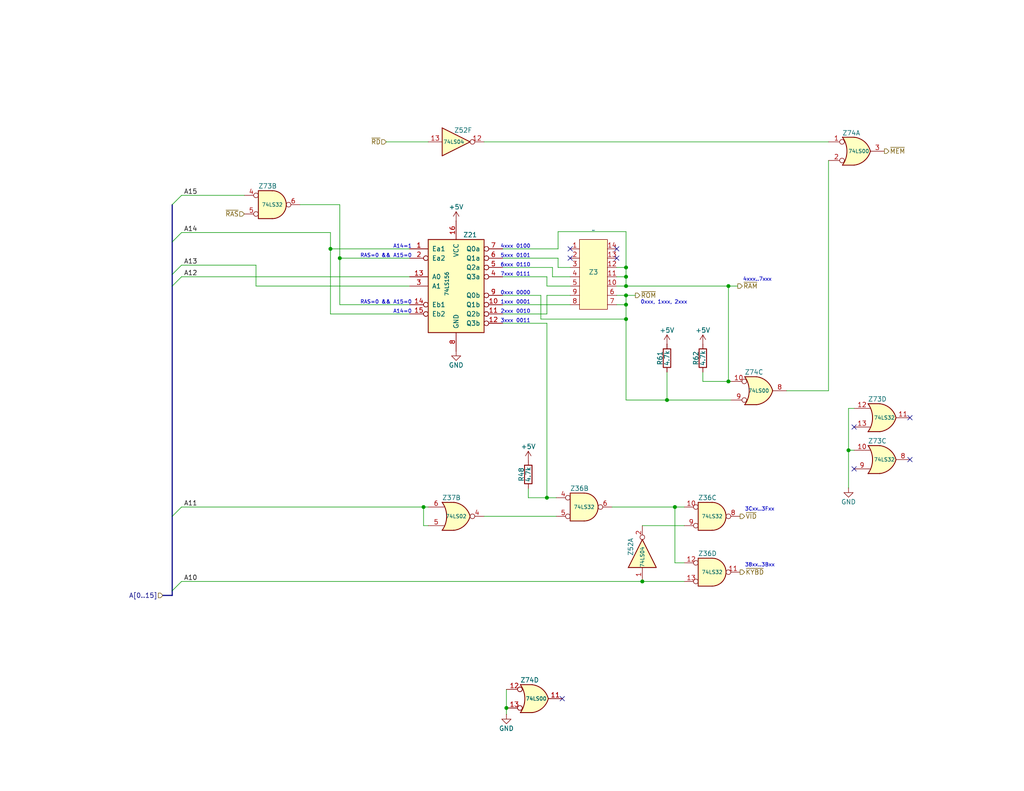
<source format=kicad_sch>
(kicad_sch (version 20231120) (generator "eeschema") (generator_version "8.0")
  (paper "USLetter")
  (title_block (title "TRS-80 Model I Rev A") (date "2024-11-20") (rev "E1A-A") (company "RetroStack - Marcel Erz") (comment 2 "Address decoder circuit for main board components (except IO)") (comment 4 "Address Decoder"))
  (lib_symbols
    (symbol "74xx:74LS00" (pin_names (offset 1.016))
      (property "Reference" "U" (at 0 1.27 0))
      (property "Value" "74LS00" (at 0 -1.27 0))
      (symbol "74LS00_1_1"
        (arc (start 0 -3.81) (mid 3.7934 0) (end 0 3.81) (stroke (width 0.254)) (fill (type background)))
        (polyline (pts (xy 0 3.81) (xy -3.81 3.81) (xy -3.81 -3.81) (xy 0 -3.81)) (stroke (width 0.254)) (fill (type background)))
        (pin input line (at -7.62 2.54 0) (length 3.81) (name "~") (number "1"))
        (pin input line (at -7.62 -2.54 0) (length 3.81) (name "~") (number "2"))
        (pin output inverted (at 7.62 0 180) (length 3.81) (name "~") (number "3"))
      )
      (symbol "74LS00_1_2"
        (arc (start -3.81 -3.81) (mid -2.589 0) (end -3.81 3.81) (stroke (width 0.254)))
        (arc (start -0.6096 -3.81) (mid 2.1842 -2.5851) (end 3.81 0) (stroke (width 0.254)) (fill (type background)))
        (polyline (pts (xy -3.81 -3.81) (xy -0.635 -3.81)) (stroke (width 0.254)) (fill (type background)))
        (polyline (pts (xy -3.81 3.81) (xy -0.635 3.81)) (stroke (width 0.254)) (fill (type background)))
        (polyline (pts (xy -0.635 3.81) (xy -3.81 3.81) (xy -3.81 3.81) (xy -3.556 3.4036) (xy -3.0226 2.2606) (xy -2.6924 1.0414) (xy -2.6162 -0.254) (xy -2.7686 -1.4986) (xy -3.175 -2.7178) (xy -3.81 -3.81) (xy -3.81 -3.81) (xy -0.635 -3.81)) (stroke (width -25.4)) (fill (type background)))
        (arc (start 3.81 0) (mid 2.1915 2.5936) (end -0.6096 3.81) (stroke (width 0.254)) (fill (type background)))
        (pin input inverted (at -7.62 2.54 0) (length 4.318) (name "~") (number "1"))
        (pin input inverted (at -7.62 -2.54 0) (length 4.318) (name "~") (number "2"))
        (pin output line (at 7.62 0 180) (length 3.81) (name "~") (number "3"))
      )
      (symbol "74LS00_2_1"
        (arc (start 0 -3.81) (mid 3.7934 0) (end 0 3.81) (stroke (width 0.254)) (fill (type background)))
        (polyline (pts (xy 0 3.81) (xy -3.81 3.81) (xy -3.81 -3.81) (xy 0 -3.81)) (stroke (width 0.254)) (fill (type background)))
        (pin input line (at -7.62 2.54 0) (length 3.81) (name "~") (number "4"))
        (pin input line (at -7.62 -2.54 0) (length 3.81) (name "~") (number "5"))
        (pin output inverted (at 7.62 0 180) (length 3.81) (name "~") (number "6"))
      )
      (symbol "74LS00_2_2"
        (arc (start -3.81 -3.81) (mid -2.589 0) (end -3.81 3.81) (stroke (width 0.254)))
        (arc (start -0.6096 -3.81) (mid 2.1842 -2.5851) (end 3.81 0) (stroke (width 0.254)) (fill (type background)))
        (polyline (pts (xy -3.81 -3.81) (xy -0.635 -3.81)) (stroke (width 0.254)) (fill (type background)))
        (polyline (pts (xy -3.81 3.81) (xy -0.635 3.81)) (stroke (width 0.254)) (fill (type background)))
        (polyline (pts (xy -0.635 3.81) (xy -3.81 3.81) (xy -3.81 3.81) (xy -3.556 3.4036) (xy -3.0226 2.2606) (xy -2.6924 1.0414) (xy -2.6162 -0.254) (xy -2.7686 -1.4986) (xy -3.175 -2.7178) (xy -3.81 -3.81) (xy -3.81 -3.81) (xy -0.635 -3.81)) (stroke (width -25.4)) (fill (type background)))
        (arc (start 3.81 0) (mid 2.1915 2.5936) (end -0.6096 3.81) (stroke (width 0.254)) (fill (type background)))
        (pin input inverted (at -7.62 2.54 0) (length 4.318) (name "~") (number "4"))
        (pin input inverted (at -7.62 -2.54 0) (length 4.318) (name "~") (number "5"))
        (pin output line (at 7.62 0 180) (length 3.81) (name "~") (number "6"))
      )
      (symbol "74LS00_3_1"
        (arc (start 0 -3.81) (mid 3.7934 0) (end 0 3.81) (stroke (width 0.254)) (fill (type background)))
        (polyline (pts (xy 0 3.81) (xy -3.81 3.81) (xy -3.81 -3.81) (xy 0 -3.81)) (stroke (width 0.254)) (fill (type background)))
        (pin input line (at -7.62 -2.54 0) (length 3.81) (name "~") (number "10"))
        (pin output inverted (at 7.62 0 180) (length 3.81) (name "~") (number "8"))
        (pin input line (at -7.62 2.54 0) (length 3.81) (name "~") (number "9"))
      )
      (symbol "74LS00_3_2"
        (arc (start -3.81 -3.81) (mid -2.589 0) (end -3.81 3.81) (stroke (width 0.254)))
        (arc (start -0.6096 -3.81) (mid 2.1842 -2.5851) (end 3.81 0) (stroke (width 0.254)) (fill (type background)))
        (polyline (pts (xy -3.81 -3.81) (xy -0.635 -3.81)) (stroke (width 0.254)) (fill (type background)))
        (polyline (pts (xy -3.81 3.81) (xy -0.635 3.81)) (stroke (width 0.254)) (fill (type background)))
        (polyline (pts (xy -0.635 3.81) (xy -3.81 3.81) (xy -3.81 3.81) (xy -3.556 3.4036) (xy -3.0226 2.2606) (xy -2.6924 1.0414) (xy -2.6162 -0.254) (xy -2.7686 -1.4986) (xy -3.175 -2.7178) (xy -3.81 -3.81) (xy -3.81 -3.81) (xy -0.635 -3.81)) (stroke (width -25.4)) (fill (type background)))
        (arc (start 3.81 0) (mid 2.1915 2.5936) (end -0.6096 3.81) (stroke (width 0.254)) (fill (type background)))
        (pin input inverted (at -7.62 -2.54 0) (length 4.318) (name "~") (number "10"))
        (pin output line (at 7.62 0 180) (length 3.81) (name "~") (number "8"))
        (pin input inverted (at -7.62 2.54 0) (length 4.318) (name "~") (number "9"))
      )
      (symbol "74LS00_4_1"
        (arc (start 0 -3.81) (mid 3.7934 0) (end 0 3.81) (stroke (width 0.254)) (fill (type background)))
        (polyline (pts (xy 0 3.81) (xy -3.81 3.81) (xy -3.81 -3.81) (xy 0 -3.81)) (stroke (width 0.254)) (fill (type background)))
        (pin output inverted (at 7.62 0 180) (length 3.81) (name "~") (number "11"))
        (pin input line (at -7.62 2.54 0) (length 3.81) (name "~") (number "12"))
        (pin input line (at -7.62 -2.54 0) (length 3.81) (name "~") (number "13"))
      )
      (symbol "74LS00_4_2"
        (arc (start -3.81 -3.81) (mid -2.589 0) (end -3.81 3.81) (stroke (width 0.254)))
        (arc (start -0.6096 -3.81) (mid 2.1842 -2.5851) (end 3.81 0) (stroke (width 0.254)) (fill (type background)))
        (polyline (pts (xy -3.81 -3.81) (xy -0.635 -3.81)) (stroke (width 0.254)) (fill (type background)))
        (polyline (pts (xy -3.81 3.81) (xy -0.635 3.81)) (stroke (width 0.254)) (fill (type background)))
        (polyline (pts (xy -0.635 3.81) (xy -3.81 3.81) (xy -3.81 3.81) (xy -3.556 3.4036) (xy -3.0226 2.2606) (xy -2.6924 1.0414) (xy -2.6162 -0.254) (xy -2.7686 -1.4986) (xy -3.175 -2.7178) (xy -3.81 -3.81) (xy -3.81 -3.81) (xy -0.635 -3.81)) (stroke (width -25.4)) (fill (type background)))
        (arc (start 3.81 0) (mid 2.1915 2.5936) (end -0.6096 3.81) (stroke (width 0.254)) (fill (type background)))
        (pin output line (at 7.62 0 180) (length 3.81) (name "~") (number "11"))
        (pin input inverted (at -7.62 2.54 0) (length 4.318) (name "~") (number "12"))
        (pin input inverted (at -7.62 -2.54 0) (length 4.318) (name "~") (number "13"))
      )
      (symbol "74LS00_5_0"
        (pin power_in line (at 0 12.7 270) (length 5.08) (name "VCC") (number "14"))
        (pin power_in line (at 0 -12.7 90) (length 5.08) (name "GND") (number "7"))
      )
      (symbol "74LS00_5_1"
        (rectangle (start -5.08 7.62) (end 5.08 -7.62) (stroke (width 0.254)) (fill (type background)))
      )
    )
    (symbol "74xx:74LS02" (pin_names (offset 1.016))
      (property "Reference" "U" (at 0 1.27 0))
      (property "Value" "74LS02" (at 0 -1.27 0))
      (symbol "74LS02_1_1"
        (arc (start -3.81 -3.81) (mid -2.589 0) (end -3.81 3.81) (stroke (width 0.254)))
        (arc (start -0.6096 -3.81) (mid 2.1842 -2.5851) (end 3.81 0) (stroke (width 0.254)) (fill (type background)))
        (polyline (pts (xy -3.81 -3.81) (xy -0.635 -3.81)) (stroke (width 0.254)) (fill (type background)))
        (polyline (pts (xy -3.81 3.81) (xy -0.635 3.81)) (stroke (width 0.254)) (fill (type background)))
        (polyline (pts (xy -0.635 3.81) (xy -3.81 3.81) (xy -3.81 3.81) (xy -3.556 3.4036) (xy -3.0226 2.2606) (xy -2.6924 1.0414) (xy -2.6162 -0.254) (xy -2.7686 -1.4986) (xy -3.175 -2.7178) (xy -3.81 -3.81) (xy -3.81 -3.81) (xy -0.635 -3.81)) (stroke (width -25.4)) (fill (type background)))
        (arc (start 3.81 0) (mid 2.1915 2.5936) (end -0.6096 3.81) (stroke (width 0.254)) (fill (type background)))
        (pin output inverted (at 7.62 0 180) (length 3.81) (name "~") (number "1"))
        (pin input line (at -7.62 2.54 0) (length 4.318) (name "~") (number "2"))
        (pin input line (at -7.62 -2.54 0) (length 4.318) (name "~") (number "3"))
      )
      (symbol "74LS02_1_2"
        (arc (start 0 -3.81) (mid 3.7934 0) (end 0 3.81) (stroke (width 0.254)) (fill (type background)))
        (polyline (pts (xy 0 3.81) (xy -3.81 3.81) (xy -3.81 -3.81) (xy 0 -3.81)) (stroke (width 0.254)) (fill (type background)))
        (pin output line (at 7.62 0 180) (length 3.81) (name "~") (number "1"))
        (pin input inverted (at -7.62 2.54 0) (length 3.81) (name "~") (number "2"))
        (pin input inverted (at -7.62 -2.54 0) (length 3.81) (name "~") (number "3"))
      )
      (symbol "74LS02_2_1"
        (arc (start -3.81 -3.81) (mid -2.589 0) (end -3.81 3.81) (stroke (width 0.254)))
        (arc (start -0.6096 -3.81) (mid 2.1842 -2.5851) (end 3.81 0) (stroke (width 0.254)) (fill (type background)))
        (polyline (pts (xy -3.81 -3.81) (xy -0.635 -3.81)) (stroke (width 0.254)) (fill (type background)))
        (polyline (pts (xy -3.81 3.81) (xy -0.635 3.81)) (stroke (width 0.254)) (fill (type background)))
        (polyline (pts (xy -0.635 3.81) (xy -3.81 3.81) (xy -3.81 3.81) (xy -3.556 3.4036) (xy -3.0226 2.2606) (xy -2.6924 1.0414) (xy -2.6162 -0.254) (xy -2.7686 -1.4986) (xy -3.175 -2.7178) (xy -3.81 -3.81) (xy -3.81 -3.81) (xy -0.635 -3.81)) (stroke (width -25.4)) (fill (type background)))
        (arc (start 3.81 0) (mid 2.1915 2.5936) (end -0.6096 3.81) (stroke (width 0.254)) (fill (type background)))
        (pin output inverted (at 7.62 0 180) (length 3.81) (name "~") (number "4"))
        (pin input line (at -7.62 2.54 0) (length 4.318) (name "~") (number "5"))
        (pin input line (at -7.62 -2.54 0) (length 4.318) (name "~") (number "6"))
      )
      (symbol "74LS02_2_2"
        (arc (start 0 -3.81) (mid 3.7934 0) (end 0 3.81) (stroke (width 0.254)) (fill (type background)))
        (polyline (pts (xy 0 3.81) (xy -3.81 3.81) (xy -3.81 -3.81) (xy 0 -3.81)) (stroke (width 0.254)) (fill (type background)))
        (pin output line (at 7.62 0 180) (length 3.81) (name "~") (number "4"))
        (pin input inverted (at -7.62 2.54 0) (length 3.81) (name "~") (number "5"))
        (pin input inverted (at -7.62 -2.54 0) (length 3.81) (name "~") (number "6"))
      )
      (symbol "74LS02_3_1"
        (arc (start -3.81 -3.81) (mid -2.589 0) (end -3.81 3.81) (stroke (width 0.254)))
        (arc (start -0.6096 -3.81) (mid 2.1842 -2.5851) (end 3.81 0) (stroke (width 0.254)) (fill (type background)))
        (polyline (pts (xy -3.81 -3.81) (xy -0.635 -3.81)) (stroke (width 0.254)) (fill (type background)))
        (polyline (pts (xy -3.81 3.81) (xy -0.635 3.81)) (stroke (width 0.254)) (fill (type background)))
        (polyline (pts (xy -0.635 3.81) (xy -3.81 3.81) (xy -3.81 3.81) (xy -3.556 3.4036) (xy -3.0226 2.2606) (xy -2.6924 1.0414) (xy -2.6162 -0.254) (xy -2.7686 -1.4986) (xy -3.175 -2.7178) (xy -3.81 -3.81) (xy -3.81 -3.81) (xy -0.635 -3.81)) (stroke (width -25.4)) (fill (type background)))
        (arc (start 3.81 0) (mid 2.1915 2.5936) (end -0.6096 3.81) (stroke (width 0.254)) (fill (type background)))
        (pin output inverted (at 7.62 0 180) (length 3.81) (name "~") (number "10"))
        (pin input line (at -7.62 2.54 0) (length 4.318) (name "~") (number "8"))
        (pin input line (at -7.62 -2.54 0) (length 4.318) (name "~") (number "9"))
      )
      (symbol "74LS02_3_2"
        (arc (start 0 -3.81) (mid 3.7934 0) (end 0 3.81) (stroke (width 0.254)) (fill (type background)))
        (polyline (pts (xy 0 3.81) (xy -3.81 3.81) (xy -3.81 -3.81) (xy 0 -3.81)) (stroke (width 0.254)) (fill (type background)))
        (pin output line (at 7.62 0 180) (length 3.81) (name "~") (number "10"))
        (pin input inverted (at -7.62 2.54 0) (length 3.81) (name "~") (number "8"))
        (pin input inverted (at -7.62 -2.54 0) (length 3.81) (name "~") (number "9"))
      )
      (symbol "74LS02_4_1"
        (arc (start -3.81 -3.81) (mid -2.589 0) (end -3.81 3.81) (stroke (width 0.254)))
        (arc (start -0.6096 -3.81) (mid 2.1842 -2.5851) (end 3.81 0) (stroke (width 0.254)) (fill (type background)))
        (polyline (pts (xy -3.81 -3.81) (xy -0.635 -3.81)) (stroke (width 0.254)) (fill (type background)))
        (polyline (pts (xy -3.81 3.81) (xy -0.635 3.81)) (stroke (width 0.254)) (fill (type background)))
        (polyline (pts (xy -0.635 3.81) (xy -3.81 3.81) (xy -3.81 3.81) (xy -3.556 3.4036) (xy -3.0226 2.2606) (xy -2.6924 1.0414) (xy -2.6162 -0.254) (xy -2.7686 -1.4986) (xy -3.175 -2.7178) (xy -3.81 -3.81) (xy -3.81 -3.81) (xy -0.635 -3.81)) (stroke (width -25.4)) (fill (type background)))
        (arc (start 3.81 0) (mid 2.1915 2.5936) (end -0.6096 3.81) (stroke (width 0.254)) (fill (type background)))
        (pin input line (at -7.62 2.54 0) (length 4.318) (name "~") (number "11"))
        (pin input line (at -7.62 -2.54 0) (length 4.318) (name "~") (number "12"))
        (pin output inverted (at 7.62 0 180) (length 3.81) (name "~") (number "13"))
      )
      (symbol "74LS02_4_2"
        (arc (start 0 -3.81) (mid 3.7934 0) (end 0 3.81) (stroke (width 0.254)) (fill (type background)))
        (polyline (pts (xy 0 3.81) (xy -3.81 3.81) (xy -3.81 -3.81) (xy 0 -3.81)) (stroke (width 0.254)) (fill (type background)))
        (pin input inverted (at -7.62 2.54 0) (length 3.81) (name "~") (number "11"))
        (pin input inverted (at -7.62 -2.54 0) (length 3.81) (name "~") (number "12"))
        (pin output line (at 7.62 0 180) (length 3.81) (name "~") (number "13"))
      )
      (symbol "74LS02_5_0"
        (pin power_in line (at 0 12.7 270) (length 5.08) (name "VCC") (number "14"))
        (pin power_in line (at 0 -12.7 90) (length 5.08) (name "GND") (number "7"))
      )
      (symbol "74LS02_5_1"
        (rectangle (start -5.08 7.62) (end 5.08 -7.62) (stroke (width 0.254)) (fill (type background)))
      )
    )
    (symbol "74xx:74LS04"
      (property "Reference" "U" (at 0 1.27 0))
      (property "Value" "74LS04" (at 0 -1.27 0))
      (symbol "74LS04_1_0"
        (polyline (pts (xy -3.81 3.81) (xy -3.81 -3.81) (xy 3.81 0) (xy -3.81 3.81)) (stroke (width 0.254)) (fill (type background)))
        (pin input line (at -7.62 0 0) (length 3.81) (name "~") (number "1"))
        (pin output inverted (at 7.62 0 180) (length 3.81) (name "~") (number "2"))
      )
      (symbol "74LS04_2_0"
        (polyline (pts (xy -3.81 3.81) (xy -3.81 -3.81) (xy 3.81 0) (xy -3.81 3.81)) (stroke (width 0.254)) (fill (type background)))
        (pin input line (at -7.62 0 0) (length 3.81) (name "~") (number "3"))
        (pin output inverted (at 7.62 0 180) (length 3.81) (name "~") (number "4"))
      )
      (symbol "74LS04_3_0"
        (polyline (pts (xy -3.81 3.81) (xy -3.81 -3.81) (xy 3.81 0) (xy -3.81 3.81)) (stroke (width 0.254)) (fill (type background)))
        (pin input line (at -7.62 0 0) (length 3.81) (name "~") (number "5"))
        (pin output inverted (at 7.62 0 180) (length 3.81) (name "~") (number "6"))
      )
      (symbol "74LS04_4_0"
        (polyline (pts (xy -3.81 3.81) (xy -3.81 -3.81) (xy 3.81 0) (xy -3.81 3.81)) (stroke (width 0.254)) (fill (type background)))
        (pin output inverted (at 7.62 0 180) (length 3.81) (name "~") (number "8"))
        (pin input line (at -7.62 0 0) (length 3.81) (name "~") (number "9"))
      )
      (symbol "74LS04_5_0"
        (polyline (pts (xy -3.81 3.81) (xy -3.81 -3.81) (xy 3.81 0) (xy -3.81 3.81)) (stroke (width 0.254)) (fill (type background)))
        (pin output inverted (at 7.62 0 180) (length 3.81) (name "~") (number "10"))
        (pin input line (at -7.62 0 0) (length 3.81) (name "~") (number "11"))
      )
      (symbol "74LS04_6_0"
        (polyline (pts (xy -3.81 3.81) (xy -3.81 -3.81) (xy 3.81 0) (xy -3.81 3.81)) (stroke (width 0.254)) (fill (type background)))
        (pin output inverted (at 7.62 0 180) (length 3.81) (name "~") (number "12"))
        (pin input line (at -7.62 0 0) (length 3.81) (name "~") (number "13"))
      )
      (symbol "74LS04_7_0"
        (pin power_in line (at 0 12.7 270) (length 5.08) (name "VCC") (number "14"))
        (pin power_in line (at 0 -12.7 90) (length 5.08) (name "GND") (number "7"))
      )
      (symbol "74LS04_7_1"
        (rectangle (start -5.08 7.62) (end 5.08 -7.62) (stroke (width 0.254)) (fill (type background)))
      )
    )
    (symbol "74xx:74LS156" (pin_names (offset 1.016))
      (property "Reference" "U" (at -7.62 13.97 0))
      (property "Value" "74LS156" (at -7.62 -13.97 0))
      (symbol "74LS156_1_0"
        (pin input line (at -12.7 10.16 0) (length 5.08) (name "Ea1") (number "1"))
        (pin output inverted (at 12.7 -5.08 180) (length 5.08) (name "Q1b") (number "10"))
        (pin output inverted (at 12.7 -7.62 180) (length 5.08) (name "Q2b") (number "11"))
        (pin output inverted (at 12.7 -10.16 180) (length 5.08) (name "Q3b") (number "12"))
        (pin input line (at -12.7 2.54 0) (length 5.08) (name "A0") (number "13"))
        (pin input inverted (at -12.7 -5.08 0) (length 5.08) (name "Eb1") (number "14"))
        (pin input inverted (at -12.7 -7.62 0) (length 5.08) (name "Eb2") (number "15"))
        (pin power_in line (at 0 17.78 270) (length 5.08) (name "VCC") (number "16"))
        (pin input inverted (at -12.7 7.62 0) (length 5.08) (name "Ea2") (number "2"))
        (pin input line (at -12.7 0 0) (length 5.08) (name "A1") (number "3"))
        (pin output inverted (at 12.7 2.54 180) (length 5.08) (name "Q3a") (number "4"))
        (pin output inverted (at 12.7 5.08 180) (length 5.08) (name "Q2a") (number "5"))
        (pin output inverted (at 12.7 7.62 180) (length 5.08) (name "Q1a") (number "6"))
        (pin output inverted (at 12.7 10.16 180) (length 5.08) (name "Q0a") (number "7"))
        (pin power_in line (at 0 -17.78 90) (length 5.08) (name "GND") (number "8"))
        (pin output inverted (at 12.7 -2.54 180) (length 5.08) (name "Q0b") (number "9"))
      )
      (symbol "74LS156_1_1"
        (rectangle (start -7.62 12.7) (end 7.62 -12.7) (stroke (width 0.254)) (fill (type background)))
      )
    )
    (symbol "74xx:74LS32" (pin_names (offset 1.016))
      (property "Reference" "U" (at 0 1.27 0))
      (property "Value" "74LS32" (at 0 -1.27 0))
      (symbol "74LS32_1_1"
        (arc (start -3.81 -3.81) (mid -2.589 0) (end -3.81 3.81) (stroke (width 0.254)))
        (arc (start -0.6096 -3.81) (mid 2.1842 -2.5851) (end 3.81 0) (stroke (width 0.254)) (fill (type background)))
        (polyline (pts (xy -3.81 -3.81) (xy -0.635 -3.81)) (stroke (width 0.254)) (fill (type background)))
        (polyline (pts (xy -3.81 3.81) (xy -0.635 3.81)) (stroke (width 0.254)) (fill (type background)))
        (polyline (pts (xy -0.635 3.81) (xy -3.81 3.81) (xy -3.81 3.81) (xy -3.556 3.4036) (xy -3.0226 2.2606) (xy -2.6924 1.0414) (xy -2.6162 -0.254) (xy -2.7686 -1.4986) (xy -3.175 -2.7178) (xy -3.81 -3.81) (xy -3.81 -3.81) (xy -0.635 -3.81)) (stroke (width -25.4)) (fill (type background)))
        (arc (start 3.81 0) (mid 2.1915 2.5936) (end -0.6096 3.81) (stroke (width 0.254)) (fill (type background)))
        (pin input line (at -7.62 2.54 0) (length 4.318) (name "~") (number "1"))
        (pin input line (at -7.62 -2.54 0) (length 4.318) (name "~") (number "2"))
        (pin output line (at 7.62 0 180) (length 3.81) (name "~") (number "3"))
      )
      (symbol "74LS32_1_2"
        (arc (start 0 -3.81) (mid 3.7934 0) (end 0 3.81) (stroke (width 0.254)) (fill (type background)))
        (polyline (pts (xy 0 3.81) (xy -3.81 3.81) (xy -3.81 -3.81) (xy 0 -3.81)) (stroke (width 0.254)) (fill (type background)))
        (pin input inverted (at -7.62 2.54 0) (length 3.81) (name "~") (number "1"))
        (pin input inverted (at -7.62 -2.54 0) (length 3.81) (name "~") (number "2"))
        (pin output inverted (at 7.62 0 180) (length 3.81) (name "~") (number "3"))
      )
      (symbol "74LS32_2_1"
        (arc (start -3.81 -3.81) (mid -2.589 0) (end -3.81 3.81) (stroke (width 0.254)))
        (arc (start -0.6096 -3.81) (mid 2.1842 -2.5851) (end 3.81 0) (stroke (width 0.254)) (fill (type background)))
        (polyline (pts (xy -3.81 -3.81) (xy -0.635 -3.81)) (stroke (width 0.254)) (fill (type background)))
        (polyline (pts (xy -3.81 3.81) (xy -0.635 3.81)) (stroke (width 0.254)) (fill (type background)))
        (polyline (pts (xy -0.635 3.81) (xy -3.81 3.81) (xy -3.81 3.81) (xy -3.556 3.4036) (xy -3.0226 2.2606) (xy -2.6924 1.0414) (xy -2.6162 -0.254) (xy -2.7686 -1.4986) (xy -3.175 -2.7178) (xy -3.81 -3.81) (xy -3.81 -3.81) (xy -0.635 -3.81)) (stroke (width -25.4)) (fill (type background)))
        (arc (start 3.81 0) (mid 2.1915 2.5936) (end -0.6096 3.81) (stroke (width 0.254)) (fill (type background)))
        (pin input line (at -7.62 2.54 0) (length 4.318) (name "~") (number "4"))
        (pin input line (at -7.62 -2.54 0) (length 4.318) (name "~") (number "5"))
        (pin output line (at 7.62 0 180) (length 3.81) (name "~") (number "6"))
      )
      (symbol "74LS32_2_2"
        (arc (start 0 -3.81) (mid 3.7934 0) (end 0 3.81) (stroke (width 0.254)) (fill (type background)))
        (polyline (pts (xy 0 3.81) (xy -3.81 3.81) (xy -3.81 -3.81) (xy 0 -3.81)) (stroke (width 0.254)) (fill (type background)))
        (pin input inverted (at -7.62 2.54 0) (length 3.81) (name "~") (number "4"))
        (pin input inverted (at -7.62 -2.54 0) (length 3.81) (name "~") (number "5"))
        (pin output inverted (at 7.62 0 180) (length 3.81) (name "~") (number "6"))
      )
      (symbol "74LS32_3_1"
        (arc (start -3.81 -3.81) (mid -2.589 0) (end -3.81 3.81) (stroke (width 0.254)))
        (arc (start -0.6096 -3.81) (mid 2.1842 -2.5851) (end 3.81 0) (stroke (width 0.254)) (fill (type background)))
        (polyline (pts (xy -3.81 -3.81) (xy -0.635 -3.81)) (stroke (width 0.254)) (fill (type background)))
        (polyline (pts (xy -3.81 3.81) (xy -0.635 3.81)) (stroke (width 0.254)) (fill (type background)))
        (polyline (pts (xy -0.635 3.81) (xy -3.81 3.81) (xy -3.81 3.81) (xy -3.556 3.4036) (xy -3.0226 2.2606) (xy -2.6924 1.0414) (xy -2.6162 -0.254) (xy -2.7686 -1.4986) (xy -3.175 -2.7178) (xy -3.81 -3.81) (xy -3.81 -3.81) (xy -0.635 -3.81)) (stroke (width -25.4)) (fill (type background)))
        (arc (start 3.81 0) (mid 2.1915 2.5936) (end -0.6096 3.81) (stroke (width 0.254)) (fill (type background)))
        (pin input line (at -7.62 -2.54 0) (length 4.318) (name "~") (number "10"))
        (pin output line (at 7.62 0 180) (length 3.81) (name "~") (number "8"))
        (pin input line (at -7.62 2.54 0) (length 4.318) (name "~") (number "9"))
      )
      (symbol "74LS32_3_2"
        (arc (start 0 -3.81) (mid 3.7934 0) (end 0 3.81) (stroke (width 0.254)) (fill (type background)))
        (polyline (pts (xy 0 3.81) (xy -3.81 3.81) (xy -3.81 -3.81) (xy 0 -3.81)) (stroke (width 0.254)) (fill (type background)))
        (pin input inverted (at -7.62 -2.54 0) (length 3.81) (name "~") (number "10"))
        (pin output inverted (at 7.62 0 180) (length 3.81) (name "~") (number "8"))
        (pin input inverted (at -7.62 2.54 0) (length 3.81) (name "~") (number "9"))
      )
      (symbol "74LS32_4_1"
        (arc (start -3.81 -3.81) (mid -2.589 0) (end -3.81 3.81) (stroke (width 0.254)))
        (arc (start -0.6096 -3.81) (mid 2.1842 -2.5851) (end 3.81 0) (stroke (width 0.254)) (fill (type background)))
        (polyline (pts (xy -3.81 -3.81) (xy -0.635 -3.81)) (stroke (width 0.254)) (fill (type background)))
        (polyline (pts (xy -3.81 3.81) (xy -0.635 3.81)) (stroke (width 0.254)) (fill (type background)))
        (polyline (pts (xy -0.635 3.81) (xy -3.81 3.81) (xy -3.81 3.81) (xy -3.556 3.4036) (xy -3.0226 2.2606) (xy -2.6924 1.0414) (xy -2.6162 -0.254) (xy -2.7686 -1.4986) (xy -3.175 -2.7178) (xy -3.81 -3.81) (xy -3.81 -3.81) (xy -0.635 -3.81)) (stroke (width -25.4)) (fill (type background)))
        (arc (start 3.81 0) (mid 2.1915 2.5936) (end -0.6096 3.81) (stroke (width 0.254)) (fill (type background)))
        (pin output line (at 7.62 0 180) (length 3.81) (name "~") (number "11"))
        (pin input line (at -7.62 2.54 0) (length 4.318) (name "~") (number "12"))
        (pin input line (at -7.62 -2.54 0) (length 4.318) (name "~") (number "13"))
      )
      (symbol "74LS32_4_2"
        (arc (start 0 -3.81) (mid 3.7934 0) (end 0 3.81) (stroke (width 0.254)) (fill (type background)))
        (polyline (pts (xy 0 3.81) (xy -3.81 3.81) (xy -3.81 -3.81) (xy 0 -3.81)) (stroke (width 0.254)) (fill (type background)))
        (pin output inverted (at 7.62 0 180) (length 3.81) (name "~") (number "11"))
        (pin input inverted (at -7.62 2.54 0) (length 3.81) (name "~") (number "12"))
        (pin input inverted (at -7.62 -2.54 0) (length 3.81) (name "~") (number "13"))
      )
      (symbol "74LS32_5_0"
        (pin power_in line (at 0 12.7 270) (length 5.08) (name "VCC") (number "14"))
        (pin power_in line (at 0 -12.7 90) (length 5.08) (name "GND") (number "7"))
      )
      (symbol "74LS32_5_1"
        (rectangle (start -5.08 7.62) (end 5.08 -7.62) (stroke (width 0.254)) (fill (type background)))
      )
    )
    (symbol "Device:R" (pin_numbers hide) (pin_names (offset 0))
      (property "Reference" "R" (at 2.032 0 90))
      (property "Value" "R" (at 0 0 90))
      (symbol "R_0_1"
        (rectangle (start -1.016 -2.54) (end 1.016 2.54) (stroke (width 0.254)))
      )
      (symbol "R_1_1"
        (pin passive line (at 0 3.81 270) (length 1.27) (name "~") (number "1"))
        (pin passive line (at 0 -3.81 90) (length 1.27) (name "~") (number "2"))
      )
    )
    (symbol "RetroStackLibrary:TRS80_Model_I_X3_A"
      (property "Reference" "X" (at 0 0 0))
      (property "Value" "TRS80_Model_I_X3_A" (at 0 0 0))
      (symbol "TRS80_Model_I_X3_A_1_1"
        (rectangle (start -3.81 -2.54) (end 3.81 -21.59) (fill (type background)))
        (pin passive line (at -6.35 -5.08 0) (length 2.54) (name "~") (number "1"))
        (pin passive line (at 6.35 -15.24 180) (length 2.54) (name "~") (number "10"))
        (pin passive line (at 6.35 -12.7 180) (length 2.54) (name "~") (number "11"))
        (pin passive line (at 6.35 -10.16 180) (length 2.54) (name "~") (number "12"))
        (pin passive line (at 6.35 -7.62 180) (length 2.54) (name "~") (number "13"))
        (pin passive line (at 6.35 -5.08 180) (length 2.54) (name "~") (number "14"))
        (pin passive line (at -6.35 -7.62 0) (length 2.54) (name "~") (number "2"))
        (pin passive line (at -6.35 -10.16 0) (length 2.54) (name "~") (number "3"))
        (pin passive line (at -6.35 -12.7 0) (length 2.54) (name "~") (number "4"))
        (pin passive line (at -6.35 -15.24 0) (length 2.54) (name "~") (number "5"))
        (pin passive line (at 6.35 -17.78 180) (length 2.54) (name "~") (number "6"))
        (pin passive line (at 6.35 -20.32 180) (length 2.54) (name "~") (number "7"))
        (pin passive line (at -6.35 -20.32 0) (length 2.54) (name "~") (number "8"))
        (pin passive line (at -6.35 -17.78 0) (length 2.54) (name "~") (number "9"))
      )
    )
    (symbol "power:+5V" (power) (pin_numbers hide) (pin_names (offset 0) hide)
      (property "Value" "+5V" (at 0 3.556 0))
      (symbol "+5V_0_1"
        (polyline (pts (xy -0.762 1.27) (xy 0 2.54)))
        (polyline (pts (xy 0 0) (xy 0 2.54)))
        (polyline (pts (xy 0 2.54) (xy 0.762 1.27)))
      )
      (symbol "+5V_1_1"
        (pin power_in line (at 0 0 90) (length 0) (name "~") (number "1"))
      )
    )
    (symbol "power:GND" (power) (pin_numbers hide) (pin_names (offset 0) hide)
      (property "Value" "GND" (at 0 -3.81 0))
      (symbol "GND_0_1"
        (polyline (pts (xy 0 0) (xy 0 -1.27) (xy 1.27 -1.27) (xy 0 -2.54) (xy -1.27 -1.27) (xy 0 -1.27)))
      )
      (symbol "GND_1_1"
        (pin power_in line (at 0 0 270) (length 0) (name "~") (number "1"))
      )
    )
  )
  (junction (at 149.225 135.89))
  (junction (at 170.815 80.645))
  (junction (at 198.755 78.105))
  (junction (at 231.521 122.936))
  (junction (at 170.815 73.025))
  (junction (at 115.57 138.43))
  (junction (at 181.991 109.22))
  (junction (at 170.815 78.105))
  (junction (at 198.755 104.14))
  (junction (at 175.26 158.75))
  (junction (at 170.815 87.122))
  (junction (at 92.71 70.485))
  (junction (at 170.815 75.565))
  (junction (at 184.15 138.43))
  (junction (at 138.176 193.294))
  (junction (at 90.17 67.945))
  (junction (at 170.815 83.185))
  (no_connect (at 233.045 116.586))
  (no_connect (at 233.045 128.016))
  (no_connect (at 155.575 70.485))
  (no_connect (at 168.275 70.485))
  (no_connect (at 248.285 125.476))
  (no_connect (at 168.275 67.945))
  (no_connect (at 248.285 114.046))
  (no_connect (at 153.416 190.754))
  (no_connect (at 155.575 67.945))
  (bus_entry (at 49.53 138.43) (size -2.54 2.54))
  (bus_entry (at 49.53 158.75) (size -2.54 2.54))
  (bus_entry (at 49.53 75.565) (size -2.54 2.54))
  (bus_entry (at 49.53 63.5) (size -2.54 2.54))
  (bus_entry (at 49.53 53.34) (size -2.54 2.54))
  (bus_entry (at 49.53 72.39) (size -2.54 2.54))
  (wire (pts (xy 152.273 63.246) (xy 152.273 67.945)))
  (wire (pts (xy 152.273 73.025) (xy 152.273 70.485)))
  (wire (pts (xy 170.815 78.105) (xy 198.755 78.105)))
  (wire (pts (xy 184.15 138.43) (xy 186.69 138.43)))
  (wire (pts (xy 132.08 38.735) (xy 226.06 38.735)))
  (wire (pts (xy 155.575 73.025) (xy 152.273 73.025)))
  (wire (pts (xy 149.225 80.645) (xy 149.225 85.725)))
  (bus (pts (xy 46.99 140.97) (xy 46.99 161.29)))
  (wire (pts (xy 115.57 143.51) (xy 115.57 138.43)))
  (wire (pts (xy 198.755 78.105) (xy 201.295 78.105)))
  (wire (pts (xy 231.521 111.506) (xy 231.521 122.936)))
  (wire (pts (xy 155.575 75.565) (xy 150.749 75.565)))
  (wire (pts (xy 175.26 143.51) (xy 186.69 143.51)))
  (bus (pts (xy 44.45 162.56) (xy 46.99 162.56)))
  (wire (pts (xy 90.17 67.945) (xy 111.76 67.945)))
  (wire (pts (xy 184.15 153.67) (xy 186.69 153.67)))
  (wire (pts (xy 191.77 104.14) (xy 198.755 104.14)))
  (wire (pts (xy 198.755 104.14) (xy 199.39 104.14)))
  (wire (pts (xy 49.53 72.39) (xy 69.85 72.39)))
  (wire (pts (xy 149.225 75.565) (xy 149.225 78.105)))
  (bus (pts (xy 46.99 66.04) (xy 46.99 74.93)))
  (wire (pts (xy 137.16 70.485) (xy 152.273 70.485)))
  (wire (pts (xy 132.08 140.97) (xy 151.765 140.97)))
  (wire (pts (xy 137.16 67.945) (xy 152.273 67.945)))
  (wire (pts (xy 167.005 138.43) (xy 184.15 138.43)))
  (wire (pts (xy 184.15 138.43) (xy 184.15 153.67)))
  (wire (pts (xy 90.17 67.945) (xy 90.17 85.725)))
  (wire (pts (xy 231.521 122.936) (xy 233.045 122.936)))
  (wire (pts (xy 175.26 158.75) (xy 186.69 158.75)))
  (wire (pts (xy 137.16 75.565) (xy 149.225 75.565)))
  (wire (pts (xy 90.17 63.5) (xy 90.17 67.945)))
  (wire (pts (xy 168.275 75.565) (xy 170.815 75.565)))
  (wire (pts (xy 49.53 138.43) (xy 115.57 138.43)))
  (wire (pts (xy 81.915 55.88) (xy 92.71 55.88)))
  (wire (pts (xy 92.71 70.485) (xy 111.76 70.485)))
  (bus (pts (xy 46.99 66.04) (xy 46.99 55.88)))
  (wire (pts (xy 191.77 101.6) (xy 191.77 104.14)))
  (wire (pts (xy 150.749 75.565) (xy 150.749 73.025)))
  (wire (pts (xy 69.85 72.39) (xy 69.85 78.105)))
  (wire (pts (xy 111.76 85.725) (xy 90.17 85.725)))
  (wire (pts (xy 170.815 80.645) (xy 173.355 80.645)))
  (wire (pts (xy 115.57 138.43) (xy 116.84 138.43)))
  (wire (pts (xy 149.225 135.89) (xy 149.225 88.265)))
  (wire (pts (xy 49.53 75.565) (xy 111.76 75.565)))
  (wire (pts (xy 49.53 158.75) (xy 175.26 158.75)))
  (wire (pts (xy 170.815 87.122) (xy 170.815 109.22)))
  (wire (pts (xy 138.176 193.294) (xy 138.176 195.072)))
  (wire (pts (xy 137.16 73.025) (xy 150.749 73.025)))
  (bus (pts (xy 46.99 161.29) (xy 46.99 162.56)))
  (wire (pts (xy 92.71 55.88) (xy 92.71 70.485)))
  (wire (pts (xy 170.815 80.645) (xy 170.815 83.185)))
  (wire (pts (xy 144.145 135.89) (xy 149.225 135.89)))
  (wire (pts (xy 105.41 38.735) (xy 116.84 38.735)))
  (wire (pts (xy 231.521 122.936) (xy 231.521 133.223)))
  (wire (pts (xy 170.815 83.185) (xy 170.815 87.122)))
  (wire (pts (xy 168.275 78.105) (xy 170.815 78.105)))
  (wire (pts (xy 137.16 85.725) (xy 149.225 85.725)))
  (wire (pts (xy 137.16 83.185) (xy 155.575 83.185)))
  (wire (pts (xy 199.39 109.22) (xy 181.991 109.22)))
  (wire (pts (xy 49.53 53.34) (xy 66.675 53.34)))
  (wire (pts (xy 181.991 101.6) (xy 181.991 109.22)))
  (wire (pts (xy 138.176 188.214) (xy 138.176 193.294)))
  (wire (pts (xy 198.755 78.105) (xy 198.755 104.14)))
  (wire (pts (xy 151.765 135.89) (xy 149.225 135.89)))
  (wire (pts (xy 147.574 87.122) (xy 170.815 87.122)))
  (wire (pts (xy 233.045 111.506) (xy 231.521 111.506)))
  (wire (pts (xy 170.815 63.246) (xy 152.273 63.246)))
  (wire (pts (xy 147.574 80.645) (xy 147.574 87.122)))
  (wire (pts (xy 92.71 70.485) (xy 92.71 83.185)))
  (wire (pts (xy 149.225 80.645) (xy 155.575 80.645)))
  (wire (pts (xy 170.815 73.025) (xy 170.815 75.565)))
  (bus (pts (xy 46.99 74.93) (xy 46.99 78.105)))
  (wire (pts (xy 92.71 83.185) (xy 111.76 83.185)))
  (wire (pts (xy 144.145 133.35) (xy 144.145 135.89)))
  (wire (pts (xy 170.815 78.105) (xy 170.815 75.565)))
  (wire (pts (xy 168.275 80.645) (xy 170.815 80.645)))
  (wire (pts (xy 214.63 106.68) (xy 226.06 106.68)))
  (bus (pts (xy 46.99 78.105) (xy 46.99 140.97)))
  (wire (pts (xy 116.84 143.51) (xy 115.57 143.51)))
  (wire (pts (xy 137.16 80.645) (xy 147.574 80.645)))
  (wire (pts (xy 170.815 63.246) (xy 170.815 73.025)))
  (wire (pts (xy 168.275 83.185) (xy 170.815 83.185)))
  (wire (pts (xy 149.225 88.265) (xy 137.16 88.265)))
  (wire (pts (xy 49.53 63.5) (xy 90.17 63.5)))
  (wire (pts (xy 181.991 109.22) (xy 170.815 109.22)))
  (wire (pts (xy 149.225 78.105) (xy 155.575 78.105)))
  (wire (pts (xy 69.85 78.105) (xy 111.76 78.105)))
  (wire (pts (xy 226.06 106.68) (xy 226.06 43.815)))
  (wire (pts (xy 168.275 73.025) (xy 170.815 73.025)))
  (text "38xx..3Bxx" (at 203.2 154.94 0) (effects (font (size 1 1)) (justify left bottom)))
  (text "5xxx" (at 136.525 70.485 0) (effects (font (size 1 1)) (justify left bottom)))
  (text "4xxx" (at 136.525 67.945 0) (effects (font (size 1 1)) (justify left bottom)))
  (text "0001" (at 144.78 83.185 0) (effects (font (size 1 1)) (justify right bottom)))
  (text "0000" (at 144.78 80.645 0) (effects (font (size 1 1)) (justify right bottom)))
  (text "0111" (at 144.78 75.565 0) (effects (font (size 1 1)) (justify right bottom)))
  (text "RAS=0 && A15=0" (at 112.395 70.485 0) (effects (font (size 1 1)) (justify right bottom)))
  (text "7xxx" (at 136.525 75.565 0) (effects (font (size 1 1)) (justify left bottom)))
  (text "2xxx" (at 136.525 85.725 0) (effects (font (size 1 1)) (justify left bottom)))
  (text "0100" (at 144.78 67.945 0) (effects (font (size 1 1)) (justify right bottom)))
  (text "0xxx, 1xxx, 2xxx" (at 174.752 83.185 0) (effects (font (size 1 1)) (justify left bottom)))
  (text "0011" (at 144.78 88.265 0) (effects (font (size 1 1)) (justify right bottom)))
  (text "4xxx..7xxx" (at 202.692 76.962 0) (effects (font (size 1 1)) (justify left bottom)))
  (text "0010" (at 144.78 85.725 0) (effects (font (size 1 1)) (justify right bottom)))
  (text "0101" (at 144.78 70.485 0) (effects (font (size 1 1)) (justify right bottom)))
  (text "3Cxx..3Fxx" (at 203.2 139.7 0) (effects (font (size 1 1)) (justify left bottom)))
  (text "0xxx" (at 136.525 80.645 0) (effects (font (size 1 1)) (justify left bottom)))
  (text "A14=0" (at 112.395 85.725 0) (effects (font (size 1 1)) (justify right bottom)))
  (text "RAS=0 && A15=0" (at 112.395 83.185 0) (effects (font (size 1 1)) (justify right bottom)))
  (text "A14=1" (at 112.395 67.945 0) (effects (font (size 1 1)) (justify right bottom)))
  (text "0110" (at 144.78 73.025 0) (effects (font (size 1 1)) (justify right bottom)))
  (text "6xxx" (at 136.525 73.025 0) (effects (font (size 1 1)) (justify left bottom)))
  (text "1xxx" (at 136.525 83.185 0) (effects (font (size 1 1)) (justify left bottom)))
  (text "3xxx" (at 136.525 88.265 0) (effects (font (size 1 1)) (justify left bottom)))
  (label "A14" (at 50.165 63.5 0))
  (label "A12" (at 50.165 75.565 0))
  (label "A11" (at 50.165 138.43 0))
  (label "A13" (at 50.165 72.39 0))
  (label "A10" (at 50.165 158.75 0))
  (label "A15" (at 50.165 53.34 0))
  (hierarchical_label "~{KYBD}" (shape output) (at 201.93 156.21 0))
  (hierarchical_label "~{ROM}" (shape output) (at 173.355 80.645 0))
  (hierarchical_label "~{RD}" (shape input) (at 105.41 38.735 180))
  (hierarchical_label "~{MEM}" (shape output) (at 241.3 41.275 0))
  (hierarchical_label "A[0..15]" (shape input) (at 44.45 162.56 180))
  (hierarchical_label "~{RAS}" (shape input) (at 66.675 58.42 180))
  (hierarchical_label "~{VID}" (shape output) (at 201.93 140.97 0))
  (hierarchical_label "~{RAM}" (shape output) (at 201.295 78.105 0))
  (symbol (lib_id "74xx:74LS04") (at 124.46 38.735 0) (unit 6)
    (property "Reference" "Z52" (at 126.365 35.56 0))
    (property "Value" "74LS04" (at 123.825 38.735 0) (effects (font (size 1 1))))
    (property "Footprint" "RetroStackLibrary:TRS80_Model_I_DIP14" (effects (hide yes)))
    (property "Datasheet" "http://www.ti.com/lit/gpn/sn74LS04" (effects (hide yes)))
  )
  (symbol (lib_id "power:+5V") (at 191.77 93.98 0) (unit 1)
    (property "Reference" "#PWR0103" (effects (hide yes)))
    (property "Value" "+5V" (at 191.77 90.17 0))
    (property "Description" "Power symbol creates a global label with name \"+5V\"" (effects (hide yes)))
  )
  (symbol (lib_id "74xx:74LS00") (at 207.01 106.68 0) (mirror x) (unit 3) (convert 2)
    (property "Reference" "Z74" (at 205.74 101.6 0))
    (property "Value" "74LS00" (at 207.01 106.68 0) (effects (font (size 1 1))))
    (property "Footprint" "RetroStackLibrary:TRS80_Model_I_DIP14" (effects (hide yes)))
    (property "Datasheet" "http://www.ti.com/lit/gpn/sn74ls00" (effects (hide yes)))
  )
  (symbol (lib_id "power:GND") (at 124.46 95.885 0) (unit 1)
    (property "Reference" "#PWR0100" (effects (hide yes)))
    (property "Value" "GND" (at 124.46 99.695 0))
    (property "Description" "Power symbol creates a global label with name \"GND\" , ground" (effects (hide yes)))
  )
  (symbol (lib_id "power:+5V") (at 144.145 125.73 0) (unit 1)
    (property "Reference" "#PWR0104" (effects (hide yes)))
    (property "Value" "+5V" (at 144.145 121.92 0))
    (property "Description" "Power symbol creates a global label with name \"+5V\"" (effects (hide yes)))
  )
  (symbol (lib_id "power:+5V") (at 181.991 93.98 0) (unit 1)
    (property "Reference" "#PWR0101" (effects (hide yes)))
    (property "Value" "+5V" (at 181.991 90.17 0))
    (property "Description" "Power symbol creates a global label with name \"+5V\"" (effects (hide yes)))
  )
  (symbol (lib_id "power:GND") (at 138.176 195.072 0) (unit 1)
    (property "Reference" "#PWR071" (effects (hide yes)))
    (property "Value" "GND" (at 138.176 198.882 0))
    (property "Description" "Power symbol creates a global label with name \"GND\" , ground" (effects (hide yes)))
  )
  (symbol (lib_id "Device:R") (at 181.991 97.79 180) (unit 1)
    (property "Reference" "R61" (at 180.086 97.79 90))
    (property "Value" "4.7k" (at 181.991 97.79 90))
    (property "Footprint" "RetroStackLibrary:TRS80_Model_I_R_0.25W" (effects (hide yes)))
  )
  (symbol (lib_id "RetroStackLibrary:TRS80_Model_I_X3_A") (at 161.925 62.865 0) (unit 1)
    (property "Reference" "Z3" (at 161.925 74.295 0))
    (property "Value" "~" (at 161.925 62.865 0))
    (property "Footprint" "RetroStackLibrary:TRS80_Model_I_DIP14" (effects (hide yes)))
  )
  (symbol (lib_id "74xx:74LS00") (at 233.68 41.275 0) (unit 1) (convert 2)
    (property "Reference" "Z74" (at 232.283 36.322 0))
    (property "Value" "74LS00" (at 234.315 41.275 0) (effects (font (size 1 1))))
    (property "Footprint" "RetroStackLibrary:TRS80_Model_I_DIP14" (effects (hide yes)))
    (property "Datasheet" "http://www.ti.com/lit/gpn/sn74ls00" (effects (hide yes)))
  )
  (symbol (lib_id "74xx:74LS156") (at 124.46 78.105 0) (unit 1)
    (property "Reference" "Z21" (at 126.365 64.135 0) (effects (justify left)))
    (property "Value" "74LS156" (at 121.92 77.47 90) (effects (font (size 1 1))))
    (property "Footprint" "RetroStackLibrary:TRS80_Model_I_DIP16" (effects (hide yes)))
    (property "Datasheet" "http://www.ti.com/lit/gpn/sn74LS156" (effects (hide yes)))
  )
  (symbol (lib_id "74xx:74LS00") (at 145.796 190.754 0) (unit 4) (convert 2)
    (property "Reference" "Z74" (at 144.526 185.674 0))
    (property "Value" "74LS00" (at 146.304 190.754 0) (effects (font (size 1 1))))
    (property "Footprint" "RetroStackLibrary:TRS80_Model_I_DIP14" (effects (hide yes)))
    (property "Datasheet" "http://www.ti.com/lit/gpn/sn74ls00" (effects (hide yes)))
  )
  (symbol (lib_id "74xx:74LS32") (at 240.665 114.046 0) (unit 4)
    (property "Reference" "Z73" (at 239.395 108.966 0))
    (property "Value" "74LS32" (at 241.3 114.046 0) (effects (font (size 1 1))))
    (property "Footprint" "RetroStackLibrary:TRS80_Model_I_DIP14" (effects (hide yes)))
    (property "Datasheet" "http://www.ti.com/lit/gpn/sn74LS32" (effects (hide yes)))
  )
  (symbol (lib_id "74xx:74LS32") (at 240.665 125.476 0) (mirror x) (unit 3)
    (property "Reference" "Z73" (at 239.395 120.396 0))
    (property "Value" "74LS32" (at 241.3 125.476 0) (effects (font (size 1 1))))
    (property "Footprint" "RetroStackLibrary:TRS80_Model_I_DIP14" (effects (hide yes)))
    (property "Datasheet" "http://www.ti.com/lit/gpn/sn74LS32" (effects (hide yes)))
  )
  (symbol (lib_id "power:+5V") (at 124.46 60.325 0) (unit 1)
    (property "Reference" "#PWR099" (effects (hide yes)))
    (property "Value" "+5V" (at 124.46 56.515 0))
    (property "Description" "Power symbol creates a global label with name \"+5V\"" (effects (hide yes)))
  )
  (symbol (lib_id "Device:R") (at 191.77 97.79 180) (unit 1)
    (property "Reference" "R62" (at 189.865 97.79 90))
    (property "Value" "4.7k" (at 191.77 97.79 90))
    (property "Footprint" "RetroStackLibrary:TRS80_Model_I_R_0.25W" (effects (hide yes)))
  )
  (symbol (lib_id "74xx:74LS32") (at 74.295 55.88 0) (unit 2) (convert 2)
    (property "Reference" "Z73" (at 73.025 50.8 0))
    (property "Value" "74LS32" (at 74.295 55.88 0) (effects (font (size 1 1))))
    (property "Footprint" "RetroStackLibrary:TRS80_Model_I_DIP14" (effects (hide yes)))
    (property "Datasheet" "http://www.ti.com/lit/gpn/sn74LS32" (effects (hide yes)))
  )
  (symbol (lib_id "Device:R") (at 144.145 129.54 180) (unit 1)
    (property "Reference" "R48" (at 142.24 129.54 90))
    (property "Value" "4.7k" (at 144.145 129.54 90))
    (property "Footprint" "RetroStackLibrary:TRS80_Model_I_R_0.25W" (effects (hide yes)))
  )
  (symbol (lib_id "74xx:74LS32") (at 194.31 156.21 0) (unit 4) (convert 2)
    (property "Reference" "Z36" (at 193.04 151.13 0))
    (property "Value" "74LS32" (at 194.31 156.21 0) (effects (font (size 1 1))))
    (property "Footprint" "RetroStackLibrary:TRS80_Model_I_DIP14" (effects (hide yes)))
    (property "Datasheet" "http://www.ti.com/lit/gpn/sn74LS32" (effects (hide yes)))
  )
  (symbol (lib_id "74xx:74LS02") (at 124.46 140.97 0) (mirror x) (unit 2)
    (property "Reference" "Z37" (at 123.19 135.89 0))
    (property "Value" "74LS02" (at 124.46 140.97 0) (effects (font (size 1 1))))
    (property "Footprint" "RetroStackLibrary:TRS80_Model_I_DIP14" (effects (hide yes)))
    (property "Datasheet" "http://www.ti.com/lit/gpn/sn74ls02" (effects (hide yes)))
  )
  (symbol (lib_id "power:GND") (at 231.521 133.223 0) (unit 1)
    (property "Reference" "#PWR020" (effects (hide yes)))
    (property "Value" "GND" (at 231.521 137.033 0))
    (property "Description" "Power symbol creates a global label with name \"GND\" , ground" (effects (hide yes)))
  )
  (symbol (lib_id "74xx:74LS32") (at 159.385 138.43 0) (unit 2) (convert 2)
    (property "Reference" "Z36" (at 158.115 133.35 0))
    (property "Value" "74LS32" (at 159.385 138.43 0) (effects (font (size 1 1))))
    (property "Footprint" "RetroStackLibrary:TRS80_Model_I_DIP14" (effects (hide yes)))
    (property "Datasheet" "http://www.ti.com/lit/gpn/sn74LS32" (effects (hide yes)))
  )
  (symbol (lib_id "74xx:74LS04") (at 175.26 151.13 90) (unit 1)
    (property "Reference" "Z52" (at 172.085 151.765 0) (effects (justify left)))
    (property "Value" "74LS04" (at 175.26 154.94 0) (effects (font (size 1 1)) (justify left)))
    (property "Footprint" "RetroStackLibrary:TRS80_Model_I_DIP14" (effects (hide yes)))
    (property "Datasheet" "http://www.ti.com/lit/gpn/sn74LS04" (effects (hide yes)))
  )
  (symbol (lib_id "74xx:74LS32") (at 194.31 140.97 0) (mirror x) (unit 3) (convert 2)
    (property "Reference" "Z36" (at 193.04 135.89 0))
    (property "Value" "74LS32" (at 194.31 140.97 0) (effects (font (size 1 1))))
    (property "Footprint" "RetroStackLibrary:TRS80_Model_I_DIP14" (effects (hide yes)))
    (property "Datasheet" "http://www.ti.com/lit/gpn/sn74LS32" (effects (hide yes)))
  )
)
</source>
